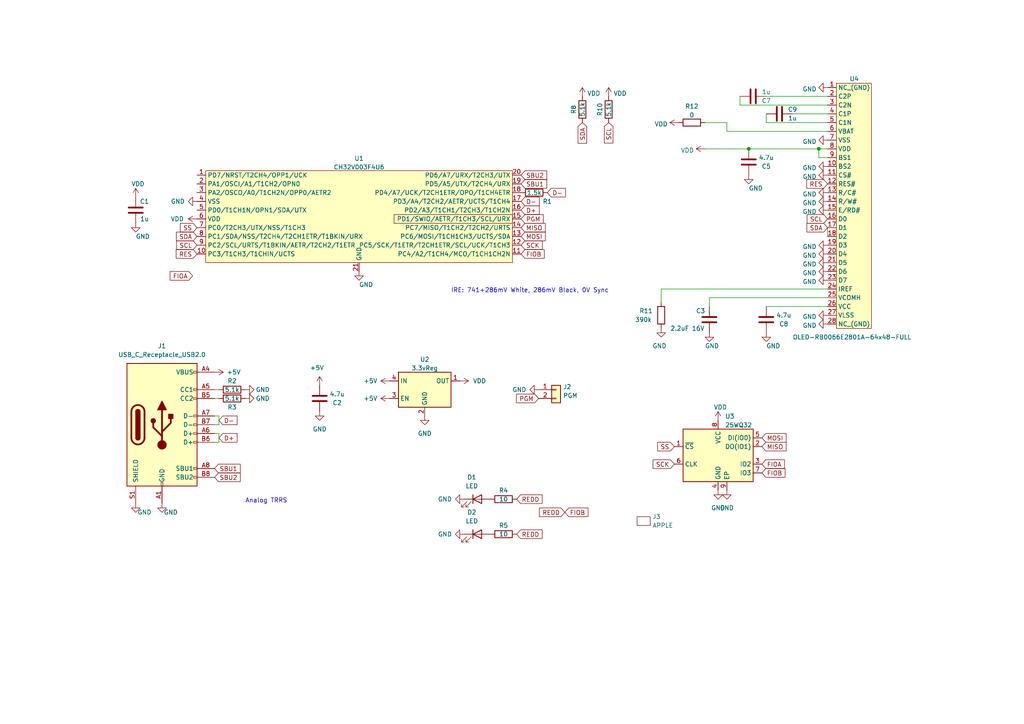
<source format=kicad_sch>
(kicad_sch (version 20211123) (generator eeschema)
  (paper "A4")
  (lib_symbols
    (symbol "CH32V003F4U6:CH32V003F4U6"
      (property "Reference" "U" (at 0 0 0))
      (property "Value" "CH32V003F4U6" (at 0 3.81 0))
      (symbol "CH32V003F4U6_0_1"
        (rectangle (start -44.45 12.7) (end 44.45 -13.97) (fill (type background)))
        (rectangle (start 10.16 0) (end 44.45 -2.54) (fill (type background)))
      )
      (symbol "CH32V003F4U6_1_1"
        (pin bidirectional line (at -46.99 11.43 0) (length 2.54) (name "PD7/NRST/T2CH4/OPP1/UCK") (number "1"))
        (pin bidirectional line (at -46.99 -11.43 0) (length 2.54) (name "PC3/T1CH3/T1CHIN/UCTS") (number "10"))
        (pin bidirectional line (at 46.99 -11.43 180) (length 2.54) (name "PC4/A2/T1CH4/MCO/T1CH1CH2N") (number "11"))
        (pin bidirectional line (at 46.99 -8.89 180) (length 2.54) (name "PC5/SCK/T1ETR/T2CH1ETR/SCL/UCK/T1CH3") (number "12"))
        (pin bidirectional line (at 46.99 -6.35 180) (length 2.54) (name "PC6/MOSI/T1CH1CH3/UCTS/SDA") (number "13"))
        (pin bidirectional line (at 46.99 -3.81 180) (length 2.54) (name "PC7/MISO/T1CH2/T2CH2/URTS") (number "14"))
        (pin bidirectional line (at 46.99 -1.27 180) (length 2.54) (name "PD1/SWIO/AETR/T1CH3/SCL/URX") (number "15"))
        (pin bidirectional line (at 46.99 1.27 180) (length 2.54) (name "PD2/A3/T1CH1/T2CH3/T1CH2N") (number "16"))
        (pin bidirectional line (at 46.99 3.81 180) (length 2.54) (name "PD3/A4/T2CH2/AETR/UCTS/T1CH4") (number "17"))
        (pin bidirectional line (at 46.99 6.35 180) (length 2.54) (name "PD4/A7/UCK/T2CH1ETR/OPO/T1CH4ETR") (number "18"))
        (pin bidirectional line (at 46.99 8.89 180) (length 2.54) (name "PD5/A5/UTX/T2CH4/URX") (number "19"))
        (pin bidirectional line (at -46.99 8.89 0) (length 2.54) (name "PA1/OSCI/A1/T1CH2/OPN0") (number "2"))
        (pin bidirectional line (at 46.99 11.43 180) (length 2.54) (name "PD6/A7/URX/T2CH3/UTX") (number "20"))
        (pin bidirectional line (at 0 -16.51 90) (length 2.54) (name "GND") (number "21"))
        (pin bidirectional line (at -46.99 6.35 0) (length 2.54) (name "PA2/OSCO/A0/T1CH2N/OPP0/AETR2") (number "3"))
        (pin bidirectional line (at -46.99 3.81 0) (length 2.54) (name "VSS") (number "4"))
        (pin bidirectional line (at -46.99 1.27 0) (length 2.54) (name "PD0/T1CH1N/OPN1/SDA/UTX") (number "5"))
        (pin bidirectional line (at -46.99 -1.27 0) (length 2.54) (name "VDD") (number "6"))
        (pin bidirectional line (at -46.99 -3.81 0) (length 2.54) (name "PC0/T2CH3/UTX/NSS/T1CH3") (number "7"))
        (pin bidirectional line (at -46.99 -6.35 0) (length 2.54) (name "PC1/SDA/NSS/T2CH4/T2CH1ETR/T1BKIN/URX") (number "8"))
        (pin bidirectional line (at -46.99 -8.89 0) (length 2.54) (name "PC2/SCL/URTS/T1BKIN/AETR/T2CH2/T1ETR") (number "9"))
      )
    )
    (symbol "Connector:USB_C_Receptacle_USB2.0" (pin_names (offset 1.016))
      (property "Reference" "J" (at -10.16 19.05 0))
      (property "Value" "USB_C_Receptacle_USB2.0" (at 19.05 19.05 0))
      (symbol "USB_C_Receptacle_USB2.0_0_0"
        (rectangle (start -0.254 -17.78) (end 0.254 -16.764))
        (rectangle (start 10.16 -14.986) (end 9.144 -15.494))
        (rectangle (start 10.16 -12.446) (end 9.144 -12.954))
        (rectangle (start 10.16 -4.826) (end 9.144 -5.334))
        (rectangle (start 10.16 -2.286) (end 9.144 -2.794))
        (rectangle (start 10.16 0.254) (end 9.144 -0.254))
        (rectangle (start 10.16 2.794) (end 9.144 2.286))
        (rectangle (start 10.16 7.874) (end 9.144 7.366))
        (rectangle (start 10.16 10.414) (end 9.144 9.906))
        (rectangle (start 10.16 15.494) (end 9.144 14.986))
      )
      (symbol "USB_C_Receptacle_USB2.0_0_1"
        (rectangle (start -10.16 17.78) (end 10.16 -17.78) (stroke (width 0.254)) (fill (type background)))
        (arc (start -8.89 -3.81) (mid -6.985 -5.715) (end -5.08 -3.81) (stroke (width 0.508)))
        (arc (start -7.62 -3.81) (mid -6.985 -4.445) (end -6.35 -3.81) (stroke (width 0.254)))
        (arc (start -7.62 -3.81) (mid -6.985 -4.445) (end -6.35 -3.81) (stroke (width 0.254)) (fill (type outline)))
        (rectangle (start -7.62 -3.81) (end -6.35 3.81) (stroke (width 0.254)) (fill (type outline)))
        (arc (start -6.35 3.81) (mid -6.985 4.445) (end -7.62 3.81) (stroke (width 0.254)))
        (arc (start -6.35 3.81) (mid -6.985 4.445) (end -7.62 3.81) (stroke (width 0.254)) (fill (type outline)))
        (arc (start -5.08 3.81) (mid -6.985 5.715) (end -8.89 3.81) (stroke (width 0.508)))
        (circle (center -2.54 1.143) (radius 0.635) (stroke (width 0.254)) (fill (type outline)))
        (circle (center 0 -5.842) (radius 1.27) (fill (type outline)))
        (polyline (pts (xy -8.89 -3.81) (xy -8.89 3.81)) (stroke (width 0.508)))
        (polyline (pts (xy -5.08 3.81) (xy -5.08 -3.81)) (stroke (width 0.508)))
        (polyline (pts (xy 0 -5.842) (xy 0 4.318)) (stroke (width 0.508)))
        (polyline (pts (xy 0 -3.302) (xy -2.54 -0.762) (xy -2.54 0.508)) (stroke (width 0.508)))
        (polyline (pts (xy 0 -2.032) (xy 2.54 0.508) (xy 2.54 1.778)) (stroke (width 0.508)))
        (polyline (pts (xy -1.27 4.318) (xy 0 6.858) (xy 1.27 4.318) (xy -1.27 4.318)) (stroke (width 0.254)) (fill (type outline)))
        (rectangle (start 1.905 1.778) (end 3.175 3.048) (stroke (width 0.254)) (fill (type outline)))
      )
      (symbol "USB_C_Receptacle_USB2.0_1_1"
        (pin passive line (at 0 -22.86 90) (length 5.08) (name "GND") (number "A1"))
        (pin passive line (at 0 -22.86 90) (length 5.08) hide (name "GND") (number "A12"))
        (pin passive line (at 15.24 15.24 180) (length 5.08) (name "VBUS") (number "A4"))
        (pin bidirectional line (at 15.24 10.16 180) (length 5.08) (name "CC1") (number "A5"))
        (pin bidirectional line (at 15.24 -2.54 180) (length 5.08) (name "D+") (number "A6"))
        (pin bidirectional line (at 15.24 2.54 180) (length 5.08) (name "D-") (number "A7"))
        (pin bidirectional line (at 15.24 -12.7 180) (length 5.08) (name "SBU1") (number "A8"))
        (pin passive line (at 15.24 15.24 180) (length 5.08) hide (name "VBUS") (number "A9"))
        (pin passive line (at 0 -22.86 90) (length 5.08) hide (name "GND") (number "B1"))
        (pin passive line (at 0 -22.86 90) (length 5.08) hide (name "GND") (number "B12"))
        (pin passive line (at 15.24 15.24 180) (length 5.08) hide (name "VBUS") (number "B4"))
        (pin bidirectional line (at 15.24 7.62 180) (length 5.08) (name "CC2") (number "B5"))
        (pin bidirectional line (at 15.24 -5.08 180) (length 5.08) (name "D+") (number "B6"))
        (pin bidirectional line (at 15.24 0 180) (length 5.08) (name "D-") (number "B7"))
        (pin bidirectional line (at 15.24 -15.24 180) (length 5.08) (name "SBU2") (number "B8"))
        (pin passive line (at 15.24 15.24 180) (length 5.08) hide (name "VBUS") (number "B9"))
        (pin passive line (at -7.62 -22.86 90) (length 5.08) (name "SHIELD") (number "S1"))
      )
    )
    (symbol "Connector_Generic:Conn_01x02" (pin_names (offset 1.016) hide)
      (property "Reference" "J" (at 0 2.54 0))
      (property "Value" "Conn_01x02" (at 0 -5.08 0))
      (symbol "Conn_01x02_1_1"
        (rectangle (start -1.27 -2.413) (end 0 -2.667) (stroke (width 0.1524)))
        (rectangle (start -1.27 0.127) (end 0 -0.127) (stroke (width 0.1524)))
        (rectangle (start -1.27 1.27) (end 1.27 -3.81) (stroke (width 0.254)) (fill (type background)))
        (pin passive line (at -5.08 0 0) (length 3.81) (name "Pin_1") (number "1"))
        (pin passive line (at -5.08 -2.54 0) (length 3.81) (name "Pin_2") (number "2"))
      )
    )
    (symbol "Device:C" (pin_numbers hide) (pin_names (offset 0.254))
      (property "Reference" "C" (at 0.635 2.54 0))
      (property "Value" "C" (at 0.635 -2.54 0))
      (symbol "C_0_1"
        (polyline (pts (xy -2.032 -0.762) (xy 2.032 -0.762)) (stroke (width 0.508)))
        (polyline (pts (xy -2.032 0.762) (xy 2.032 0.762)) (stroke (width 0.508)))
      )
      (symbol "C_1_1"
        (pin passive line (at 0 3.81 270) (length 2.794) (name "~") (number "1"))
        (pin passive line (at 0 -3.81 90) (length 2.794) (name "~") (number "2"))
      )
    )
    (symbol "Device:LED" (pin_numbers hide) (pin_names (offset 1.016) hide)
      (property "Reference" "D" (at 0 2.54 0))
      (property "Value" "LED" (at 0 -2.54 0))
      (symbol "LED_0_1"
        (polyline (pts (xy -1.27 -1.27) (xy -1.27 1.27)) (stroke (width 0.254)))
        (polyline (pts (xy -1.27 0) (xy 1.27 0)))
        (polyline (pts (xy 1.27 -1.27) (xy 1.27 1.27) (xy -1.27 0) (xy 1.27 -1.27)) (stroke (width 0.254)))
        (polyline (pts (xy -3.048 -0.762) (xy -4.572 -2.286) (xy -3.81 -2.286) (xy -4.572 -2.286) (xy -4.572 -1.524)))
        (polyline (pts (xy -1.778 -0.762) (xy -3.302 -2.286) (xy -2.54 -2.286) (xy -3.302 -2.286) (xy -3.302 -1.524)))
      )
      (symbol "LED_1_1"
        (pin passive line (at -3.81 0 0) (length 2.54) (name "K") (number "1"))
        (pin passive line (at 3.81 0 180) (length 2.54) (name "A") (number "2"))
      )
    )
    (symbol "Device:R" (pin_numbers hide) (pin_names (offset 0))
      (property "Reference" "R" (at 2.032 0 90))
      (property "Value" "R" (at 0 0 90))
      (symbol "R_0_1"
        (rectangle (start -1.016 -2.54) (end 1.016 2.54) (stroke (width 0.254)))
      )
      (symbol "R_1_1"
        (pin passive line (at 0 3.81 270) (length 1.27) (name "~") (number "1"))
        (pin passive line (at 0 -3.81 90) (length 1.27) (name "~") (number "2"))
      )
    )
    (symbol "Memory_Flash:W25Q32JVZP"
      (property "Reference" "U" (at -8.89 8.89 0))
      (property "Value" "W25Q32JVZP" (at 7.62 8.89 0))
      (symbol "W25Q32JVZP_0_1"
        (rectangle (start -10.16 7.62) (end 10.16 -7.62) (stroke (width 0.254)) (fill (type background)))
      )
      (symbol "W25Q32JVZP_1_1"
        (pin input line (at -12.7 2.54 0) (length 2.54) (name "~{CS}") (number "1"))
        (pin bidirectional line (at 12.7 2.54 180) (length 2.54) (name "DO(IO1)") (number "2"))
        (pin bidirectional line (at 12.7 -2.54 180) (length 2.54) (name "IO2") (number "3"))
        (pin power_in line (at 0 -10.16 90) (length 2.54) (name "GND") (number "4"))
        (pin bidirectional line (at 12.7 5.08 180) (length 2.54) (name "DI(IO0)") (number "5"))
        (pin input line (at -12.7 -2.54 0) (length 2.54) (name "CLK") (number "6"))
        (pin bidirectional line (at 12.7 -5.08 180) (length 2.54) (name "IO3") (number "7"))
        (pin power_in line (at 0 10.16 270) (length 2.54) (name "VCC") (number "8"))
        (pin passive line (at 2.54 -10.16 90) (length 2.54) (name "EP") (number "9"))
      )
    )
    (symbol "OLED-RB0066E2801A-64x48-FULL:OLED-RB0066E2801A-64x48-FULL"
      (property "Reference" "U" (at 0 36.83 0))
      (property "Value" "OLED-RB0066E2801A-64x48-FULL" (at 0 -36.83 0))
      (symbol "OLED-RB0066E2801A-64x48-FULL_0_1"
        (rectangle (start -5.08 35.56) (end 5.08 -35.56) (stroke (width 0.1524)) (fill (type background)))
      )
      (symbol "OLED-RB0066E2801A-64x48-FULL_1_1"
        (pin bidirectional line (at -7.62 34.29 0) (length 2.54) (name "NC_(GND)") (number "1"))
        (pin bidirectional line (at -7.62 11.43 0) (length 2.54) (name "BS2") (number "10"))
        (pin bidirectional line (at -7.62 8.89 0) (length 2.54) (name "CS#") (number "11"))
        (pin bidirectional line (at -7.62 6.35 0) (length 2.54) (name "RES#") (number "12"))
        (pin bidirectional line (at -7.62 3.81 0) (length 2.54) (name "R/C#") (number "13"))
        (pin bidirectional line (at -7.62 1.27 0) (length 2.54) (name "R/W#") (number "14"))
        (pin bidirectional line (at -7.62 -1.27 0) (length 2.54) (name "E/RD#") (number "15"))
        (pin bidirectional line (at -7.62 -3.81 0) (length 2.54) (name "D0") (number "16"))
        (pin bidirectional line (at -7.62 -6.35 0) (length 2.54) (name "D1") (number "17"))
        (pin bidirectional line (at -7.62 -8.89 0) (length 2.54) (name "D2") (number "18"))
        (pin bidirectional line (at -7.62 -11.43 0) (length 2.54) (name "D3") (number "19"))
        (pin bidirectional line (at -7.62 31.75 0) (length 2.54) (name "C2P") (number "2"))
        (pin bidirectional line (at -7.62 -13.97 0) (length 2.54) (name "D4") (number "20"))
        (pin bidirectional line (at -7.62 -16.51 0) (length 2.54) (name "D5") (number "21"))
        (pin bidirectional line (at -7.62 -19.05 0) (length 2.54) (name "D6") (number "22"))
        (pin bidirectional line (at -7.62 -21.59 0) (length 2.54) (name "D7") (number "23"))
        (pin bidirectional line (at -7.62 -24.13 0) (length 2.54) (name "IREF") (number "24"))
        (pin bidirectional line (at -7.62 -26.67 0) (length 2.54) (name "VCOMH") (number "25"))
        (pin bidirectional line (at -7.62 -29.21 0) (length 2.54) (name "VCC") (number "26"))
        (pin bidirectional line (at -7.62 -31.75 0) (length 2.54) (name "VLSS") (number "27"))
        (pin bidirectional line (at -7.62 -34.29 0) (length 2.54) (name "NC_(GND)") (number "28"))
        (pin bidirectional line (at -7.62 29.21 0) (length 2.54) (name "C2N") (number "3"))
        (pin bidirectional line (at -7.62 26.67 0) (length 2.54) (name "C1P") (number "4"))
        (pin bidirectional line (at -7.62 24.13 0) (length 2.54) (name "C1N") (number "5"))
        (pin bidirectional line (at -7.62 21.59 0) (length 2.54) (name "VBAT") (number "6"))
        (pin bidirectional line (at -7.62 19.05 0) (length 2.54) (name "VSS") (number "7"))
        (pin bidirectional line (at -7.62 16.51 0) (length 2.54) (name "VDD") (number "8"))
        (pin bidirectional line (at -7.62 13.97 0) (length 2.54) (name "BS1") (number "9"))
      )
    )
    (symbol "Regulator_Linear:NCP115AMX120TCG"
      (property "Reference" "U" (at 2.54 10.16 0))
      (property "Value" "NCP115AMX120TCG" (at 10.16 7.62 0))
      (symbol "NCP115AMX120TCG_0_1"
        (rectangle (start -7.62 5.08) (end 7.62 -5.08) (stroke (width 0.254)) (fill (type background)))
      )
      (symbol "NCP115AMX120TCG_1_1"
        (pin power_out line (at 10.16 2.54 180) (length 2.54) (name "OUT") (number "1"))
        (pin power_in line (at 0 -7.62 90) (length 2.54) (name "GND") (number "2"))
        (pin input line (at -10.16 -2.54 0) (length 2.54) (name "EN") (number "3"))
        (pin power_in line (at -10.16 2.54 0) (length 2.54) (name "IN") (number "4"))
        (pin passive line (at 0 -7.62 90) (length 2.54) hide (name "GND") (number "5"))
      )
    )
    (symbol "artwork:artwork"
      (property "Reference" "A" (at 0 0 0))
      (property "Value" "artwork" (at 0 2.54 0))
      (symbol "artwork_0_1"
        (rectangle (start -1.905 1.27) (end 1.905 -1.27))
      )
    )
    (symbol "power:+5V" (power) (pin_names (offset 0))
      (property "Value" "+5V" (at 0 3.556 0))
      (symbol "+5V_0_1"
        (polyline (pts (xy -0.762 1.27) (xy 0 2.54)))
        (polyline (pts (xy 0 0) (xy 0 2.54)))
        (polyline (pts (xy 0 2.54) (xy 0.762 1.27)))
      )
      (symbol "+5V_1_1"
        (pin power_in line (at 0 0 90) (length 0) hide (name "+5V") (number "1"))
      )
    )
    (symbol "power:GND" (power) (pin_names (offset 0))
      (property "Value" "GND" (at 0 -3.81 0))
      (symbol "GND_0_1"
        (polyline (pts (xy 0 0) (xy 0 -1.27) (xy 1.27 -1.27) (xy 0 -2.54) (xy -1.27 -1.27) (xy 0 -1.27)))
      )
      (symbol "GND_1_1"
        (pin power_in line (at 0 0 270) (length 0) hide (name "GND") (number "1"))
      )
    )
    (symbol "power:VDD" (power) (pin_names (offset 0))
      (property "Value" "VDD" (at 0 3.81 0))
      (symbol "VDD_0_1"
        (polyline (pts (xy -0.762 1.27) (xy 0 2.54)))
        (polyline (pts (xy 0 0) (xy 0 2.54)))
        (polyline (pts (xy 0 2.54) (xy 0.762 1.27)))
      )
      (symbol "VDD_1_1"
        (pin power_in line (at 0 0 90) (length 0) hide (name "VDD") (number "1"))
      )
    )
  )
  (junction (at 217.17 43.18))
  (junction (at 237.49 43.18))
  (wire (pts (xy 191.77 83.82) (xy 191.77 87.63)))
  (wire (pts (xy 222.25 27.94) (xy 240.03 27.94)))
  (wire (pts (xy 217.17 43.18) (xy 237.49 43.18)))
  (wire (pts (xy 62.23 113.03) (xy 63.5 113.03)))
  (wire (pts (xy 237.49 43.18) (xy 240.03 43.18)))
  (wire (pts (xy 63.5 125.73) (xy 63.5 128.27)))
  (wire (pts (xy 229.87 33.02) (xy 240.03 33.02)))
  (wire (pts (xy 63.5 128.27) (xy 62.23 128.27)))
  (wire (pts (xy 63.5 120.65) (xy 63.5 123.19)))
  (wire (pts (xy 222.25 33.02) (xy 222.25 35.56)))
  (wire (pts (xy 237.49 45.72) (xy 237.49 43.18)))
  (wire (pts (xy 240.03 30.48) (xy 214.63 30.48)))
  (wire (pts (xy 210.82 35.56) (xy 210.82 38.1)))
  (wire (pts (xy 214.63 30.48) (xy 214.63 27.94)))
  (wire (pts (xy 62.23 115.57) (xy 63.5 115.57)))
  (wire (pts (xy 204.47 35.56) (xy 210.82 35.56)))
  (wire (pts (xy 222.25 35.56) (xy 240.03 35.56)))
  (wire (pts (xy 62.23 123.19) (xy 63.5 123.19)))
  (wire (pts (xy 205.74 88.9) (xy 205.74 86.36)))
  (wire (pts (xy 222.25 88.9) (xy 240.03 88.9)))
  (wire (pts (xy 205.74 86.36) (xy 240.03 86.36)))
  (wire (pts (xy 63.5 125.73) (xy 62.23 125.73)))
  (wire (pts (xy 191.77 83.82) (xy 240.03 83.82)))
  (wire (pts (xy 240.03 66.04) (xy 240.03 68.58)))
  (wire (pts (xy 204.47 43.18) (xy 217.17 43.18)))
  (wire (pts (xy 63.5 120.65) (xy 62.23 120.65)))
  (wire (pts (xy 240.03 45.72) (xy 237.49 45.72)))
  (wire (pts (xy 210.82 38.1) (xy 240.03 38.1)))
  (text "IRE: 741+286mV White, 286mV Black, 0V Sync" (at 130.81 85.09 0) (effects (font (size 1.27 1.27)) (justify left bottom)))
  (text "Analog TRRS" (at 71.12 146.05 0) (effects (font (size 1.27 1.27)) (justify left bottom)))
  (global_label "SBU2" (shape input) (at 151.13 50.8 0) (property "Intersheet References" "${INTERSHEET_REFS}" (effects hide)))
  (global_label "MOSI" (shape input) (at 151.13 68.58 0) (property "Intersheet References" "${INTERSHEET_REFS}" (effects hide)))
  (global_label "PGM" (shape input) (at 151.13 63.5 0) (property "Intersheet References" "${INTERSHEET_REFS}" (effects hide)))
  (global_label "SBU2" (shape input) (at 62.23 138.43 0) (property "Intersheet References" "${INTERSHEET_REFS}" (effects hide)))
  (global_label "RES" (shape input) (at 240.03 53.34 180) (property "Intersheet References" "${INTERSHEET_REFS}" (effects hide)))
  (global_label "SCL" (shape input) (at 57.15 71.12 180) (property "Intersheet References" "${INTERSHEET_REFS}" (effects hide)))
  (global_label "MISO" (shape input) (at 220.98 129.54 0) (property "Intersheet References" "${INTERSHEET_REFS}" (effects hide)))
  (global_label "SCL" (shape input) (at 176.53 35.56 270) (property "Intersheet References" "${INTERSHEET_REFS}" (effects hide)))
  (global_label "SDA" (shape input) (at 57.15 68.58 180) (property "Intersheet References" "${INTERSHEET_REFS}" (effects hide)))
  (global_label "D+" (shape input) (at 63.5 127 0) (property "Intersheet References" "${INTERSHEET_REFS}" (effects hide)))
  (global_label "SCL" (shape input) (at 240.03 63.5 180) (property "Intersheet References" "${INTERSHEET_REFS}" (effects hide)))
  (global_label "MISO" (shape input) (at 151.13 66.04 0) (property "Intersheet References" "${INTERSHEET_REFS}" (effects hide)))
  (global_label "FIOB" (shape input) (at 220.98 137.16 0) (property "Intersheet References" "${INTERSHEET_REFS}" (effects hide)))
  (global_label "REDD" (shape input) (at 149.86 144.78 0) (property "Intersheet References" "${INTERSHEET_REFS}" (effects hide)))
  (global_label "SBU1" (shape input) (at 62.23 135.89 0) (property "Intersheet References" "${INTERSHEET_REFS}" (effects hide)))
  (global_label "SCK" (shape input) (at 151.13 71.12 0) (property "Intersheet References" "${INTERSHEET_REFS}" (effects hide)))
  (global_label "REDD" (shape input) (at 149.86 154.94 0) (property "Intersheet References" "${INTERSHEET_REFS}" (effects hide)))
  (global_label "D-" (shape input) (at 151.13 58.42 0) (property "Intersheet References" "${INTERSHEET_REFS}" (effects hide)))
  (global_label "FIOA" (shape input) (at 220.98 134.62 0) (property "Intersheet References" "${INTERSHEET_REFS}" (effects hide)))
  (global_label "FIOA" (shape input) (at 55.88 80.01 180) (property "Intersheet References" "${INTERSHEET_REFS}" (effects hide)))
  (global_label "SS" (shape input) (at 195.58 129.54 180) (property "Intersheet References" "${INTERSHEET_REFS}" (effects hide)))
  (global_label "SDA" (shape input) (at 168.91 35.56 270) (property "Intersheet References" "${INTERSHEET_REFS}" (effects hide)))
  (global_label "FIOB" (shape input) (at 151.13 73.66 0) (property "Intersheet References" "${INTERSHEET_REFS}" (effects hide)))
  (global_label "REDD" (shape input) (at 163.83 148.59 180) (property "Intersheet References" "${INTERSHEET_REFS}" (effects hide)))
  (global_label "SCK" (shape input) (at 195.58 134.62 180) (property "Intersheet References" "${INTERSHEET_REFS}" (effects hide)))
  (global_label "RES" (shape input) (at 57.15 73.66 180) (property "Intersheet References" "${INTERSHEET_REFS}" (effects hide)))
  (global_label "SBU1" (shape input) (at 151.13 53.34 0) (property "Intersheet References" "${INTERSHEET_REFS}" (effects hide)))
  (global_label "SS" (shape input) (at 57.15 66.04 180) (property "Intersheet References" "${INTERSHEET_REFS}" (effects hide)))
  (global_label "SDA" (shape input) (at 240.03 66.04 180) (property "Intersheet References" "${INTERSHEET_REFS}" (effects hide)))
  (global_label "PGM" (shape input) (at 156.21 115.57 180) (property "Intersheet References" "${INTERSHEET_REFS}" (effects hide)))
  (global_label "D-" (shape input) (at 158.75 55.88 0) (property "Intersheet References" "${INTERSHEET_REFS}" (effects hide)))
  (global_label "MOSI" (shape input) (at 220.98 127 0) (property "Intersheet References" "${INTERSHEET_REFS}" (effects hide)))
  (global_label "FIOB" (shape input) (at 163.83 148.59 0) (property "Intersheet References" "${INTERSHEET_REFS}" (effects hide)))
  (global_label "D+" (shape input) (at 151.13 60.96 0) (property "Intersheet References" "${INTERSHEET_REFS}" (effects hide)))
  (global_label "D-" (shape input) (at 63.5 121.92 0) (property "Intersheet References" "${INTERSHEET_REFS}" (effects hide)))
  (symbol (lib_id "power:VDD") (at 133.35 110.49 270) (unit 1)
    (property "Reference" "#PWR018" (effects hide))
    (property "Value" "VDD" (at 137.16 110.49 90) (effects (justify left)))
  )
  (symbol (lib_id "power:GND") (at 240.03 40.64 270) (unit 1)
    (property "Reference" "#PWR035" (effects hide))
    (property "Value" "GND" (at 236.8551 41.0738 90) (effects (justify right)))
  )
  (symbol (lib_id "artwork:artwork") (at 186.69 151.13 0) (unit 1)
    (property "Reference" "J3" (at 189.23 149.8599 0) (effects (justify left)))
    (property "Value" "APPLE" (at 189.23 152.3999 0) (effects (justify left)))
    (property "Footprint" "artwork:apple" (effects hide))
  )
  (symbol (lib_id "Connector_Generic:Conn_01x02") (at 161.29 113.03 0) (unit 1)
    (property "Reference" "J2" (at 163.322 112.1953 0) (effects (justify left)))
    (property "Value" "PGM" (at 163.322 114.7322 0) (effects (justify left)))
    (property "Footprint" "Connector_PinHeader_2.54mm:PinHeader_1x03_P2.54mm_Vertical" (effects hide))
  )
  (symbol (lib_id "Device:R") (at 146.05 154.94 90) (unit 1)
    (property "Reference" "R5" (at 146.05 152.4 90))
    (property "Value" "10" (at 146.05 154.94 90))
    (property "Footprint" "Resistor_SMD:R_0402_1005Metric" (effects hide))
    (property "LCSC" "C25077" (effects hide))
  )
  (symbol (lib_id "Device:R") (at 168.91 31.75 180) (unit 1)
    (property "Reference" "R8" (at 166.37 31.75 90))
    (property "Value" "5.1k" (at 168.91 31.75 90))
    (property "Footprint" "Resistor_SMD:R_0402_1005Metric" (effects hide))
    (property "LCSC" "C25905" (effects hide))
  )
  (symbol (lib_id "power:GND") (at 39.37 146.05 0) (unit 1)
    (property "Reference" "#PWR03" (effects hide))
    (property "Value" "GND" (at 41.91 148.59 0))
  )
  (symbol (lib_id "power:+5V") (at 113.03 110.49 90) (unit 1)
    (property "Reference" "#PWR013" (effects hide))
    (property "Value" "+5V" (at 105.41 110.49 90) (effects (justify right)))
  )
  (symbol (lib_id "power:GND") (at 240.03 50.8 270) (unit 1)
    (property "Reference" "#PWR037" (effects hide))
    (property "Value" "GND" (at 236.8551 51.2338 90) (effects (justify right)))
  )
  (symbol (lib_id "power:+5V") (at 92.71 111.76 0) (unit 1)
    (property "Reference" "#PWR010" (effects hide))
    (property "Value" "+5V" (at 93.98 106.68 0) (effects (justify right)))
  )
  (symbol (lib_id "Device:C") (at 92.71 115.57 180) (unit 1)
    (property "Reference" "C2" (at 97.79 116.84 0))
    (property "Value" "4.7u" (at 97.79 114.3 0))
    (property "Footprint" "Resistor_SMD:R_0402_1005Metric" (effects hide))
    (property "LCSC" "C368809" (effects hide))
  )
  (symbol (lib_id "power:GND") (at 39.37 64.77 0) (unit 1)
    (property "Reference" "#PWR02" (effects hide))
    (property "Value" "GND" (at 39.37 68.58 0) (effects (justify left)))
  )
  (symbol (lib_id "power:GND") (at 57.15 58.42 270) (unit 1)
    (property "Reference" "#PWR05" (effects hide))
    (property "Value" "GND" (at 49.53 58.42 90) (effects (justify left)))
  )
  (symbol (lib_id "Device:R") (at 191.77 91.44 180) (unit 1)
    (property "Reference" "R11" (at 185.42 90.17 0) (effects (justify right)))
    (property "Value" "390k" (at 184.15 92.71 0) (effects (justify right)))
    (property "Footprint" "Resistor_SMD:R_0402_1005Metric" (effects hide))
    (property "LCSC" "C163467" (effects hide))
  )
  (symbol (lib_id "power:VDD") (at 176.53 27.94 0) (unit 1)
    (property "Reference" "#PWR022" (effects hide))
    (property "Value" "VDD" (at 177.927 27.1038 0) (effects (justify left)))
  )
  (symbol (lib_id "power:VDD") (at 208.28 121.92 0) (unit 1)
    (property "Reference" "#PWR027" (effects hide))
    (property "Value" "VDD" (at 207.01 118.11 0) (effects (justify left)))
  )
  (symbol (lib_id "power:VDD") (at 57.15 63.5 90) (unit 1)
    (property "Reference" "#PWR06" (effects hide))
    (property "Value" "VDD" (at 53.34 63.5 90) (effects (justify left)))
  )
  (symbol (lib_id "Device:C") (at 222.25 92.71 180) (unit 1)
    (property "Reference" "C8" (at 227.33 93.98 0))
    (property "Value" "4.7u" (at 227.33 91.44 0))
    (property "Footprint" "Resistor_SMD:R_0402_1005Metric" (effects hide))
    (property "LCSC" "C368809" (effects hide))
  )
  (symbol (lib_id "Device:LED") (at 138.43 144.78 0) (unit 1)
    (property "Reference" "D1" (at 136.8425 138.43 0))
    (property "Value" "LED" (at 136.8425 140.97 0))
    (property "Footprint" "LED_SMD:LED_0402_1005Metric" (effects hide))
    (property "LCSC" "C74339" (effects hide))
  )
  (symbol (lib_id "Device:R") (at 146.05 144.78 90) (unit 1)
    (property "Reference" "R4" (at 146.05 142.24 90))
    (property "Value" "10" (at 146.05 144.78 90))
    (property "Footprint" "Resistor_SMD:R_0402_1005Metric" (effects hide))
    (property "LCSC" "C25077" (effects hide))
  )
  (symbol (lib_id "power:GND") (at 240.03 25.4 270) (unit 1)
    (property "Reference" "#PWR034" (effects hide))
    (property "Value" "GND" (at 236.8551 25.8338 90) (effects (justify right)))
  )
  (symbol (lib_id "power:GND") (at 240.03 76.2 270) (unit 1)
    (property "Reference" "#PWR043" (effects hide))
    (property "Value" "GND" (at 236.8551 76.6338 90) (effects (justify right)))
  )
  (symbol (lib_id "power:GND") (at 205.74 96.52 0) (unit 1)
    (property "Reference" "#PWR026" (effects hide))
    (property "Value" "GND" (at 204.47 100.33 0) (effects (justify left)))
  )
  (symbol (lib_id "power:GND") (at 240.03 71.12 270) (unit 1)
    (property "Reference" "#PWR041" (effects hide))
    (property "Value" "GND" (at 236.8551 71.5538 90) (effects (justify right)))
  )
  (symbol (lib_id "Device:C") (at 205.74 92.71 180) (unit 1)
    (property "Reference" "C3" (at 203.2 90.17 0))
    (property "Value" "2.2uF 16V" (at 199.39 95.25 0))
    (property "Footprint" "Resistor_SMD:R_0402_1005Metric" (effects hide))
    (property "LCSC" "C668369" (effects hide))
  )
  (symbol (lib_id "power:VDD") (at 168.91 27.94 0) (unit 1)
    (property "Reference" "#PWR021" (effects hide))
    (property "Value" "VDD" (at 170.307 27.1038 0) (effects (justify left)))
  )
  (symbol (lib_id "Regulator_Linear:NCP115AMX120TCG") (at 123.19 113.03 0) (unit 1)
    (property "Reference" "U2" (at 123.19 104.2502 0))
    (property "Value" "3.3vReg" (at 123.19 106.7871 0))
    (property "Footprint" "cnhardware:xdfn-reg" (effects hide))
    (property "Datasheet" "https://www.onsemi.com/pub/Collateral/NCP115-D.PDF" (effects hide))
    (property "LCSC" "C379350" (effects hide))
  )
  (symbol (lib_id "Device:C") (at 39.37 60.96 180) (unit 1)
    (property "Reference" "C1" (at 41.91 58.42 0))
    (property "Value" "1u" (at 41.91 63.5 0))
    (property "Footprint" "Resistor_SMD:R_0402_1005Metric" (effects hide))
    (property "LCSC" "C52923" (effects hide))
  )
  (symbol (lib_id "power:GND") (at 191.77 95.25 0) (unit 1)
    (property "Reference" "#PWR023" (effects hide))
    (property "Value" "GND" (at 189.23 100.33 0) (effects (justify left)))
  )
  (symbol (lib_id "power:GND") (at 123.19 120.65 0) (unit 1)
    (property "Reference" "#PWR015" (effects hide))
    (property "Value" "GND" (at 123.19 125.73 0))
  )
  (symbol (lib_id "power:GND") (at 240.03 78.74 270) (unit 1)
    (property "Reference" "#PWR044" (effects hide))
    (property "Value" "GND" (at 236.8551 79.1738 90) (effects (justify right)))
  )
  (symbol (lib_id "power:GND") (at 240.03 73.66 270) (unit 1)
    (property "Reference" "#PWR042" (effects hide))
    (property "Value" "GND" (at 236.8551 74.0938 90) (effects (justify right)))
  )
  (symbol (lib_id "power:GND") (at 240.03 91.44 270) (unit 1)
    (property "Reference" "#PWR046" (effects hide))
    (property "Value" "GND" (at 236.8551 91.8738 90) (effects (justify right)))
  )
  (symbol (lib_id "Device:C") (at 218.44 27.94 90) (unit 1)
    (property "Reference" "C7" (at 222.25 29.21 90))
    (property "Value" "1u" (at 222.25 26.67 90))
    (property "Footprint" "Resistor_SMD:R_0402_1005Metric" (effects hide))
    (property "LCSC" "C52923" (effects hide))
  )
  (symbol (lib_id "CH32V003F4U6:CH32V003F4U6") (at 104.14 62.23 0) (unit 1)
    (property "Reference" "U1" (at 104.14 45.9572 0))
    (property "Value" "CH32V003F4U6" (at 104.14 48.4941 0))
    (property "Footprint" "Package_DFN_QFN:QFN-20-1EP_3x3mm_P0.4mm_EP1.65x1.65mm" (effects hide))
    (property "LCSC" "C5299908" (effects hide))
  )
  (symbol (lib_id "power:GND") (at 156.21 113.03 270) (unit 1)
    (property "Reference" "#PWR020" (effects hide))
    (property "Value" "GND" (at 148.59 113.03 90) (effects (justify left)))
  )
  (symbol (lib_id "power:GND") (at 134.62 144.78 270) (unit 1)
    (property "Reference" "#PWR0102" (effects hide))
    (property "Value" "GND" (at 127 144.78 90) (effects (justify left)))
  )
  (symbol (lib_id "power:VDD") (at 196.85 35.56 90) (unit 1)
    (property "Reference" "#PWR024" (effects hide))
    (property "Value" "VDD" (at 193.675 35.9938 90) (effects (justify left)))
  )
  (symbol (lib_id "power:GND") (at 240.03 60.96 270) (unit 1)
    (property "Reference" "#PWR040" (effects hide))
    (property "Value" "GND" (at 236.8551 61.3938 90) (effects (justify right)))
  )
  (symbol (lib_id "power:GND") (at 240.03 93.98 270) (unit 1)
    (property "Reference" "#PWR047" (effects hide))
    (property "Value" "GND" (at 236.8551 94.4138 90) (effects (justify right)))
  )
  (symbol (lib_id "power:GND") (at 210.82 142.24 0) (unit 1)
    (property "Reference" "#PWR029" (effects hide))
    (property "Value" "GND" (at 210.82 147.32 0))
  )
  (symbol (lib_id "power:+5V") (at 113.03 115.57 90) (unit 1)
    (property "Reference" "#PWR014" (effects hide))
    (property "Value" "+5V" (at 105.41 115.57 90) (effects (justify right)))
  )
  (symbol (lib_id "Device:R") (at 200.66 35.56 90) (unit 1)
    (property "Reference" "R12" (at 200.66 30.8442 90))
    (property "Value" "0" (at 200.66 33.3811 90))
    (property "Footprint" "Resistor_SMD:R_0402_1005Metric" (effects hide))
    (property "LCSC" "C17168" (effects hide))
  )
  (symbol (lib_id "Connector:USB_C_Receptacle_USB2.0") (at 46.99 123.19 0) (unit 1)
    (property "Reference" "J1" (at 46.99 100.33 0))
    (property "Value" "USB_C_Receptacle_USB2.0" (at 46.99 102.87 0))
    (property "Footprint" "Connector_USB:USB_C_Receptacle_HRO_TYPE-C-31-M-12" (effects hide))
    (property "Datasheet" "https://www.usb.org/sites/default/files/documents/usb_type-c.zip" (effects hide))
    (property "LCSC" "C2765186" (effects hide))
  )
  (symbol (lib_id "power:GND") (at 71.12 113.03 90) (unit 1)
    (property "Reference" "#PWR08" (effects hide))
    (property "Value" "GND" (at 76.2 113.03 90))
  )
  (symbol (lib_id "power:VDD") (at 39.37 57.15 0) (unit 1)
    (property "Reference" "#PWR01" (effects hide))
    (property "Value" "VDD" (at 38.1 53.34 0) (effects (justify left)))
  )
  (symbol (lib_id "power:GND") (at 104.14 78.74 0) (unit 1)
    (property "Reference" "#PWR012" (effects hide))
    (property "Value" "GND" (at 104.14 82.55 0) (effects (justify left)))
  )
  (symbol (lib_id "Device:R") (at 67.31 115.57 90) (unit 1)
    (property "Reference" "R3" (at 67.31 118.11 90))
    (property "Value" "5.1k" (at 67.31 115.57 90))
    (property "Footprint" "Resistor_SMD:R_0402_1005Metric" (effects hide))
    (property "LCSC" "C25905" (effects hide))
  )
  (symbol (lib_id "power:GND") (at 71.12 115.57 90) (unit 1)
    (property "Reference" "#PWR09" (effects hide))
    (property "Value" "GND" (at 76.2 115.57 90))
  )
  (symbol (lib_id "Device:C") (at 217.17 46.99 180) (unit 1)
    (property "Reference" "C5" (at 222.25 48.26 0))
    (property "Value" "4.7u" (at 222.25 45.72 0))
    (property "Footprint" "Resistor_SMD:R_0402_1005Metric" (effects hide))
    (property "LCSC" "C368809" (effects hide))
  )
  (symbol (lib_id "power:GND") (at 134.62 154.94 270) (unit 1)
    (property "Reference" "#PWR0101" (effects hide))
    (property "Value" "GND" (at 127 154.94 90) (effects (justify left)))
  )
  (symbol (lib_id "Device:R") (at 176.53 31.75 180) (unit 1)
    (property "Reference" "R10" (at 173.99 31.75 90))
    (property "Value" "5.1k" (at 176.53 31.75 90))
    (property "Footprint" "Resistor_SMD:R_0402_1005Metric" (effects hide))
    (property "LCSC" "C25905" (effects hide))
  )
  (symbol (lib_id "power:+5V") (at 62.23 107.95 270) (unit 1)
    (property "Reference" "#PWR07" (effects hide))
    (property "Value" "+5V" (at 69.85 107.95 90) (effects (justify right)))
  )
  (symbol (lib_id "Device:LED") (at 138.43 154.94 0) (unit 1)
    (property "Reference" "D2" (at 136.8425 148.59 0))
    (property "Value" "LED" (at 136.8425 151.13 0))
    (property "Footprint" "LED_SMD:LED_0402_1005Metric" (effects hide))
    (property "LCSC" "C74339" (effects hide))
  )
  (symbol (lib_id "power:GND") (at 240.03 55.88 270) (unit 1)
    (property "Reference" "#PWR038" (effects hide))
    (property "Value" "GND" (at 236.8551 56.3138 90) (effects (justify right)))
  )
  (symbol (lib_id "power:GND") (at 240.03 81.28 270) (unit 1)
    (property "Reference" "#PWR045" (effects hide))
    (property "Value" "GND" (at 236.8551 81.7138 90) (effects (justify right)))
  )
  (symbol (lib_id "Device:C") (at 226.06 33.02 90) (unit 1)
    (property "Reference" "C9" (at 229.87 31.75 90))
    (property "Value" "1u" (at 229.87 34.29 90))
    (property "Footprint" "Resistor_SMD:R_0402_1005Metric" (effects hide))
    (property "LCSC" "C52923" (effects hide))
  )
  (symbol (lib_id "OLED-RB0066E2801A-64x48-FULL:OLED-RB0066E2801A-64x48-FULL") (at 247.65 59.69 0) (unit 1)
    (property "Reference" "U4" (at 246.38 22.86 0) (effects (justify left)))
    (property "Value" "OLED-RB0066E2801A-64x48-FULL" (at 229.87 97.79 0) (effects (justify left)))
    (property "Footprint" "cnhardware:OLED-RB0066E2801A-64x48-FULL" (effects hide))
  )
  (symbol (lib_id "power:GND") (at 240.03 48.26 270) (unit 1)
    (property "Reference" "#PWR036" (effects hide))
    (property "Value" "GND" (at 236.8551 48.6938 90) (effects (justify right)))
  )
  (symbol (lib_id "Device:R") (at 67.31 113.03 90) (unit 1)
    (property "Reference" "R2" (at 67.31 110.49 90))
    (property "Value" "5.1k" (at 67.31 113.03 90))
    (property "Footprint" "Resistor_SMD:R_0402_1005Metric" (effects hide))
    (property "LCSC" "C25905" (effects hide))
  )
  (symbol (lib_id "power:GND") (at 92.71 119.38 0) (unit 1)
    (property "Reference" "#PWR011" (effects hide))
    (property "Value" "GND" (at 92.71 124.46 0))
  )
  (symbol (lib_id "Memory_Flash:W25Q32JVZP") (at 208.28 132.08 0) (unit 1)
    (property "Reference" "U3" (at 210.2994 120.7602 0) (effects (justify left)))
    (property "Value" "25WQ32" (at 210.2994 123.2971 0) (effects (justify left)))
    (property "Datasheet" "http://www.winbond.com/resource-files/w25q32jv%20revg%2003272018%20plus.pdf" (effects hide))
    (property "LCSC" "NP_C5258281" (effects hide))
  )
  (symbol (lib_id "power:GND") (at 240.03 58.42 270) (unit 1)
    (property "Reference" "#PWR039" (effects hide))
    (property "Value" "GND" (at 236.8551 58.8538 90) (effects (justify right)))
  )
  (symbol (lib_id "power:GND") (at 208.28 142.24 0) (unit 1)
    (property "Reference" "#PWR028" (effects hide))
    (property "Value" "GND" (at 208.28 147.32 0))
  )
  (symbol (lib_id "power:GND") (at 46.99 146.05 0) (unit 1)
    (property "Reference" "#PWR04" (effects hide))
    (property "Value" "GND" (at 49.53 148.59 0))
  )
  (symbol (lib_id "power:VDD") (at 204.47 43.18 90) (unit 1)
    (property "Reference" "#PWR025" (effects hide))
    (property "Value" "VDD" (at 201.295 43.6138 90) (effects (justify left)))
  )
  (symbol (lib_id "power:GND") (at 217.17 50.8 0) (unit 1)
    (property "Reference" "#PWR031" (effects hide))
    (property "Value" "GND" (at 217.17 54.61 0) (effects (justify left)))
  )
  (symbol (lib_id "Device:R") (at 154.94 55.88 270) (unit 1)
    (property "Reference" "R1" (at 158.75 58.42 90))
    (property "Value" "1.5k" (at 154.94 55.88 90))
    (property "Footprint" "Resistor_SMD:R_0402_1005Metric" (effects hide))
    (property "LCSC" "C25867" (effects hide))
  )
  (symbol (lib_id "power:GND") (at 222.25 96.52 0) (unit 1)
    (property "Reference" "#PWR033" (effects hide))
    (property "Value" "GND" (at 222.25 100.33 0) (effects (justify left)))
  )
)
</source>
